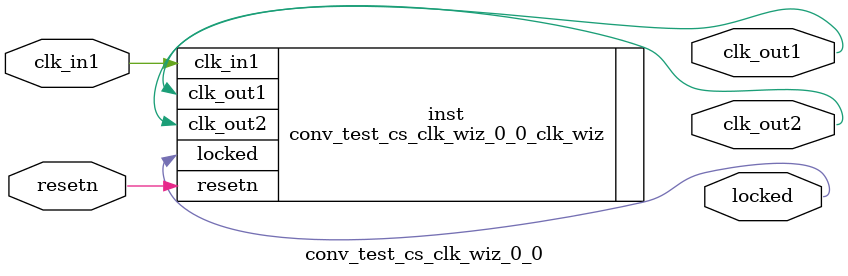
<source format=v>


`timescale 1ps/1ps

(* CORE_GENERATION_INFO = "conv_test_cs_clk_wiz_0_0,clk_wiz_v5_3_3_0,{component_name=conv_test_cs_clk_wiz_0_0,use_phase_alignment=true,use_min_o_jitter=false,use_max_i_jitter=false,use_dyn_phase_shift=false,use_inclk_switchover=false,use_dyn_reconfig=false,enable_axi=0,feedback_source=FDBK_AUTO,PRIMITIVE=MMCM,num_out_clk=2,clkin1_period=10.0,clkin2_period=10.0,use_power_down=false,use_reset=true,use_locked=true,use_inclk_stopped=false,feedback_type=SINGLE,CLOCK_MGR_TYPE=NA,manual_override=false}" *)

module conv_test_cs_clk_wiz_0_0 
 (
  // Clock out ports
  output        clk_out1,
  output        clk_out2,
  // Status and control signals
  input         resetn,
  output        locked,
 // Clock in ports
  input         clk_in1
 );

  conv_test_cs_clk_wiz_0_0_clk_wiz inst
  (
  // Clock out ports  
  .clk_out1(clk_out1),
  .clk_out2(clk_out2),
  // Status and control signals               
  .resetn(resetn), 
  .locked(locked),
 // Clock in ports
  .clk_in1(clk_in1)
  );

endmodule

</source>
